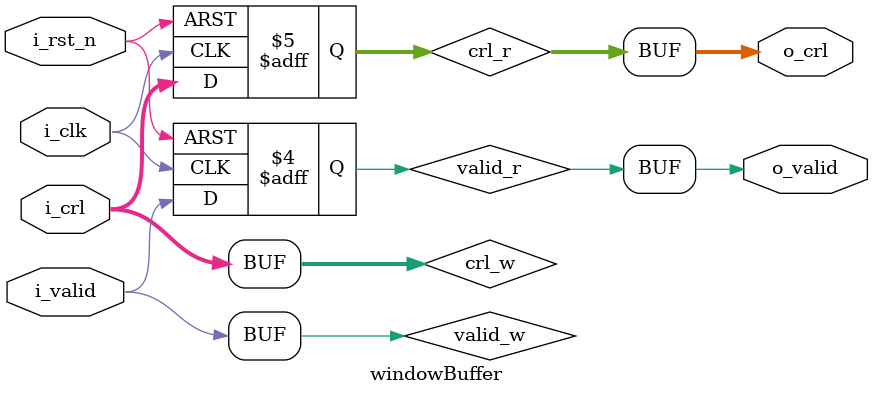
<source format=sv>


// --------------------- module ---------------------

module windowBuffer(
	input           i_clk,
                    i_rst_n,
                    i_valid,
    input   [20:0]  i_crl,
    
    output          o_valid,
    output  [20:0]  o_crl
);

// --------------------- register ---------------------

logic           valid_w, valid_r ;
logic   [20:0]  crl_w, crl_r ;

// --------------------- wire ---------------------

// --------------------- debug ---------------------
// logic [20:0] test_crl ;
// assign test_crl = crl_w ; 
// --------------------- output ---------------------
// adjust when N is modified, looking for built-in adder 

assign o_valid  = valid_r ;
assign o_crl    = crl_r ;

// --------------------- combinational ---------------------

always_comb begin
    valid_w = i_valid ;
    crl_w = i_crl ;
end

// --------------------- sequencial ---------------------
always_ff @( posedge i_clk, negedge i_rst_n  )  begin
    if( !i_rst_n ) begin
        valid_r <= 1'b0 ;
        crl_r   <= 21'b0 ;
    end
    else begin
        valid_r <= valid_w ;
        crl_r   <= crl_w ;
    end
    
end
endmodule


</source>
